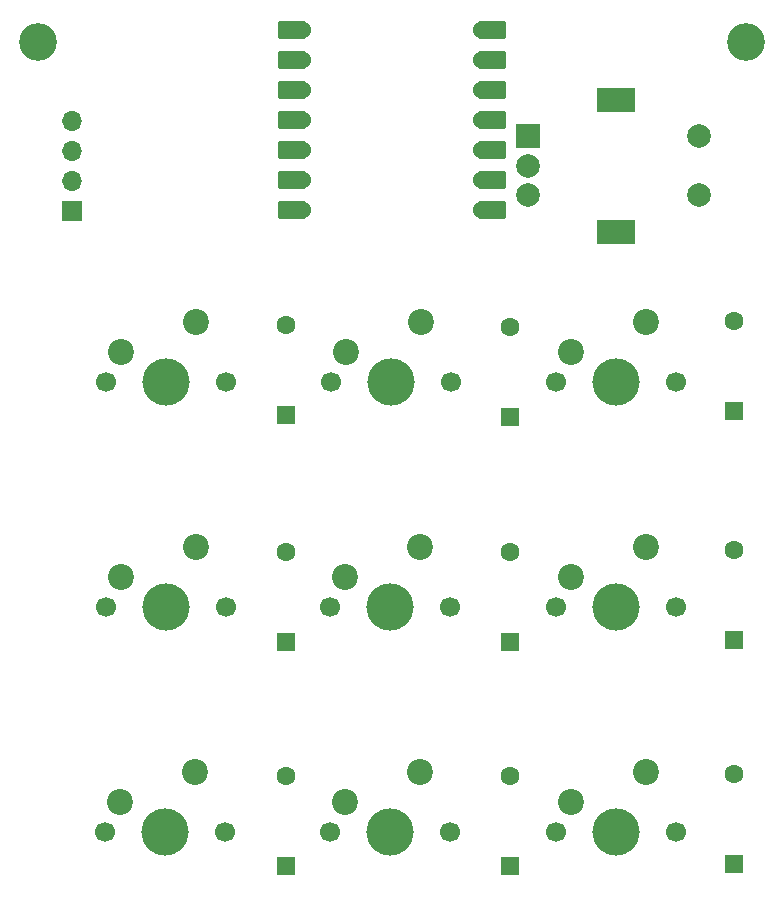
<source format=gbr>
%TF.GenerationSoftware,KiCad,Pcbnew,9.0.7*%
%TF.CreationDate,2026-02-06T20:11:41-05:00*%
%TF.ProjectId,Keypad,4b657970-6164-42e6-9b69-6361645f7063,rev?*%
%TF.SameCoordinates,Original*%
%TF.FileFunction,Soldermask,Bot*%
%TF.FilePolarity,Negative*%
%FSLAX46Y46*%
G04 Gerber Fmt 4.6, Leading zero omitted, Abs format (unit mm)*
G04 Created by KiCad (PCBNEW 9.0.7) date 2026-02-06 20:11:41*
%MOMM*%
%LPD*%
G01*
G04 APERTURE LIST*
G04 Aperture macros list*
%AMRoundRect*
0 Rectangle with rounded corners*
0 $1 Rounding radius*
0 $2 $3 $4 $5 $6 $7 $8 $9 X,Y pos of 4 corners*
0 Add a 4 corners polygon primitive as box body*
4,1,4,$2,$3,$4,$5,$6,$7,$8,$9,$2,$3,0*
0 Add four circle primitives for the rounded corners*
1,1,$1+$1,$2,$3*
1,1,$1+$1,$4,$5*
1,1,$1+$1,$6,$7*
1,1,$1+$1,$8,$9*
0 Add four rect primitives between the rounded corners*
20,1,$1+$1,$2,$3,$4,$5,0*
20,1,$1+$1,$4,$5,$6,$7,0*
20,1,$1+$1,$6,$7,$8,$9,0*
20,1,$1+$1,$8,$9,$2,$3,0*%
G04 Aperture macros list end*
%ADD10C,3.200000*%
%ADD11C,1.700000*%
%ADD12C,4.000000*%
%ADD13C,2.200000*%
%ADD14R,2.000000X2.000000*%
%ADD15C,2.000000*%
%ADD16R,3.200000X2.000000*%
%ADD17RoundRect,0.250000X0.550000X-0.550000X0.550000X0.550000X-0.550000X0.550000X-0.550000X-0.550000X0*%
%ADD18C,1.600000*%
%ADD19R,1.700000X1.700000*%
%ADD20O,1.700000X1.700000*%
%ADD21RoundRect,0.152400X-1.063600X-0.609600X1.063600X-0.609600X1.063600X0.609600X-1.063600X0.609600X0*%
%ADD22C,1.524000*%
%ADD23RoundRect,0.152400X1.063600X0.609600X-1.063600X0.609600X-1.063600X-0.609600X1.063600X-0.609600X0*%
G04 APERTURE END LIST*
D10*
%TO.C,REF\u002A\u002A*%
X116000000Y-54000000D03*
%TD*%
%TO.C,REF\u002A\u002A*%
X176000000Y-54000000D03*
%TD*%
D11*
%TO.C,SW5*%
X140780000Y-101880000D03*
D12*
X145860000Y-101880000D03*
D11*
X150940000Y-101880000D03*
D13*
X148400000Y-96800000D03*
X142050000Y-99340000D03*
%TD*%
D11*
%TO.C,SW4*%
X140850000Y-82840000D03*
D12*
X145930000Y-82840000D03*
D11*
X151010000Y-82840000D03*
D13*
X148470000Y-77760000D03*
X142120000Y-80300000D03*
%TD*%
D11*
%TO.C,SW3*%
X121750000Y-120910000D03*
D12*
X126830000Y-120910000D03*
D11*
X131910000Y-120910000D03*
D13*
X129370000Y-115830000D03*
X123020000Y-118370000D03*
%TD*%
D14*
%TO.C,SW0*%
X157500000Y-62000000D03*
D15*
X157500000Y-67000000D03*
X157500000Y-64500000D03*
D16*
X165000000Y-58900000D03*
X165000000Y-70100000D03*
D15*
X172000000Y-67000000D03*
X172000000Y-62000000D03*
%TD*%
D17*
%TO.C,D3*%
X137000000Y-123810000D03*
D18*
X137000000Y-116190000D03*
%TD*%
D11*
%TO.C,SW1*%
X121760000Y-82840000D03*
D12*
X126840000Y-82840000D03*
D11*
X131920000Y-82840000D03*
D13*
X129380000Y-77760000D03*
X123030000Y-80300000D03*
%TD*%
D17*
%TO.C,D9*%
X175000000Y-123620000D03*
D18*
X175000000Y-116000000D03*
%TD*%
D17*
%TO.C,D1*%
X137000000Y-85620000D03*
D18*
X137000000Y-78000000D03*
%TD*%
D17*
%TO.C,D5*%
X156000000Y-104810000D03*
D18*
X156000000Y-97190000D03*
%TD*%
D17*
%TO.C,D8*%
X175000000Y-104620000D03*
D18*
X175000000Y-97000000D03*
%TD*%
D11*
%TO.C,SW9*%
X159930000Y-120910000D03*
D12*
X165010000Y-120910000D03*
D11*
X170090000Y-120910000D03*
D13*
X167550000Y-115830000D03*
X161200000Y-118370000D03*
%TD*%
D19*
%TO.C,O1*%
X118900000Y-68310000D03*
D20*
X118900000Y-65770000D03*
X118900000Y-63230000D03*
X118900000Y-60690000D03*
%TD*%
D11*
%TO.C,SW8*%
X159900000Y-101870000D03*
D12*
X164980000Y-101870000D03*
D11*
X170060000Y-101870000D03*
D13*
X167520000Y-96790000D03*
X161170000Y-99330000D03*
%TD*%
D17*
%TO.C,D2*%
X137000000Y-104810000D03*
D18*
X137000000Y-97190000D03*
%TD*%
D17*
%TO.C,D7*%
X175000000Y-85300000D03*
D18*
X175000000Y-77680000D03*
%TD*%
D17*
%TO.C,D4*%
X156000000Y-85810000D03*
D18*
X156000000Y-78190000D03*
%TD*%
D11*
%TO.C,SW7*%
X159900000Y-82830000D03*
D12*
X164980000Y-82830000D03*
D11*
X170060000Y-82830000D03*
D13*
X167520000Y-77750000D03*
X161170000Y-80290000D03*
%TD*%
D17*
%TO.C,D6*%
X156000000Y-123810000D03*
D18*
X156000000Y-116190000D03*
%TD*%
D11*
%TO.C,SW6*%
X140780000Y-120910000D03*
D12*
X145860000Y-120910000D03*
D11*
X150940000Y-120910000D03*
D13*
X148400000Y-115830000D03*
X142050000Y-118370000D03*
%TD*%
D11*
%TO.C,SW2*%
X121760000Y-101890000D03*
D12*
X126840000Y-101890000D03*
D11*
X131920000Y-101890000D03*
D13*
X129380000Y-96810000D03*
X123030000Y-99350000D03*
%TD*%
D21*
%TO.C,U1*%
X154455000Y-53000000D03*
D22*
X153620000Y-53000000D03*
D21*
X154455000Y-55540000D03*
D22*
X153620000Y-55540000D03*
D21*
X154455000Y-58080000D03*
D22*
X153620000Y-58080000D03*
D21*
X154455000Y-60620000D03*
D22*
X153620000Y-60620000D03*
D21*
X154455000Y-63160000D03*
D22*
X153620000Y-63160000D03*
D21*
X154455000Y-65700000D03*
D22*
X153620000Y-65700000D03*
D21*
X154455000Y-68240000D03*
D22*
X153620000Y-68240000D03*
X138380000Y-68240000D03*
D23*
X137545000Y-68240000D03*
D22*
X138380000Y-65700000D03*
D23*
X137545000Y-65700000D03*
D22*
X138380000Y-63160000D03*
D23*
X137545000Y-63160000D03*
D22*
X138380000Y-60620000D03*
D23*
X137545000Y-60620000D03*
D22*
X138380000Y-58080000D03*
D23*
X137545000Y-58080000D03*
D22*
X138380000Y-55540000D03*
D23*
X137545000Y-55540000D03*
D22*
X138380000Y-53000000D03*
D23*
X137545000Y-53000000D03*
%TD*%
M02*

</source>
